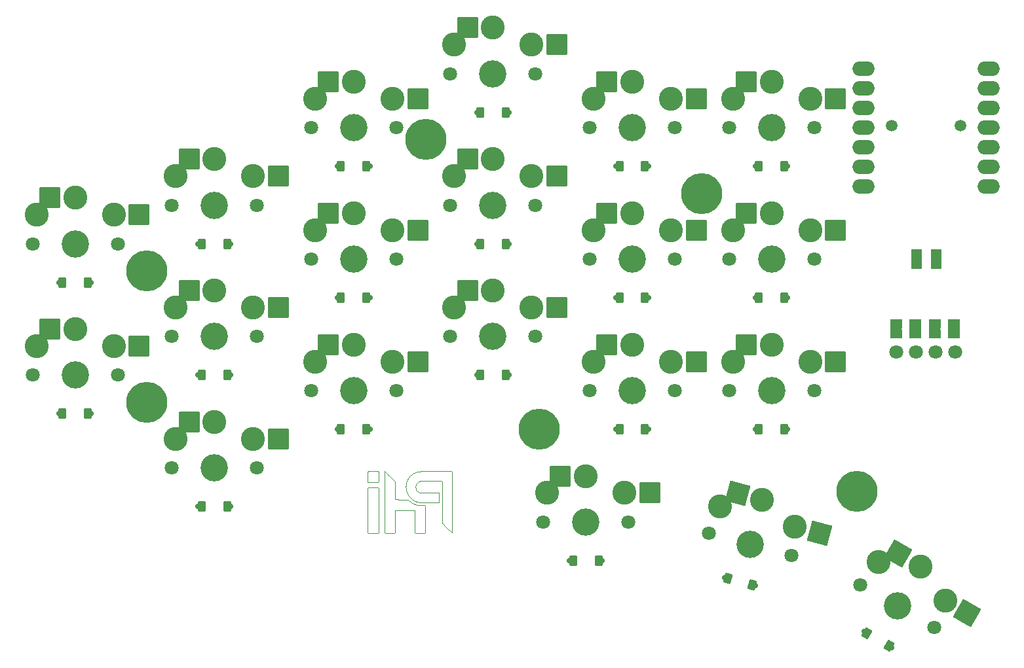
<source format=gbr>
%TF.GenerationSoftware,KiCad,Pcbnew,9.0.1*%
%TF.CreationDate,2025-06-09T17:49:50+02:00*%
%TF.ProjectId,pcb,7063622e-6b69-4636-9164-5f7063625858,v1.0.0*%
%TF.SameCoordinates,Original*%
%TF.FileFunction,Soldermask,Bot*%
%TF.FilePolarity,Negative*%
%FSLAX46Y46*%
G04 Gerber Fmt 4.6, Leading zero omitted, Abs format (unit mm)*
G04 Created by KiCad (PCBNEW 9.0.1) date 2025-06-09 17:49:50*
%MOMM*%
%LPD*%
G01*
G04 APERTURE LIST*
G04 Aperture macros list*
%AMRoundRect*
0 Rectangle with rounded corners*
0 $1 Rounding radius*
0 $2 $3 $4 $5 $6 $7 $8 $9 X,Y pos of 4 corners*
0 Add a 4 corners polygon primitive as box body*
4,1,4,$2,$3,$4,$5,$6,$7,$8,$9,$2,$3,0*
0 Add four circle primitives for the rounded corners*
1,1,$1+$1,$2,$3*
1,1,$1+$1,$4,$5*
1,1,$1+$1,$6,$7*
1,1,$1+$1,$8,$9*
0 Add four rect primitives between the rounded corners*
20,1,$1+$1,$2,$3,$4,$5,0*
20,1,$1+$1,$4,$5,$6,$7,0*
20,1,$1+$1,$6,$7,$8,$9,0*
20,1,$1+$1,$8,$9,$2,$3,0*%
%AMFreePoly0*
4,1,16,0.535355,0.785355,0.541603,0.777735,1.041603,0.027735,1.049029,-0.009806,1.041603,-0.027735,0.541603,-0.777735,0.509806,-0.799029,0.500000,-0.800000,-0.500000,-0.800000,-0.535355,-0.785355,-0.550000,-0.750000,-0.550000,0.750000,-0.535355,0.785355,-0.500000,0.800000,0.500000,0.800000,0.535355,0.785355,0.535355,0.785355,$1*%
%AMFreePoly1*
4,1,16,0.535355,0.785355,0.550000,0.750000,0.550000,-0.750000,0.535355,-0.785355,0.500000,-0.800000,-0.650000,-0.800000,-0.685355,-0.785355,-0.700000,-0.750000,-0.691603,-0.722265,-0.210093,0.000000,-0.691603,0.722265,-0.699029,0.759806,-0.677735,0.791603,-0.650000,0.800000,0.500000,0.800000,0.535355,0.785355,0.535355,0.785355,$1*%
G04 Aperture macros list end*
%ADD10C,0.100000*%
%ADD11C,0.000000*%
%ADD12C,1.800000*%
%ADD13FreePoly0,90.000000*%
%ADD14FreePoly1,90.000000*%
%ADD15C,1.801800*%
%ADD16C,3.100000*%
%ADD17C,3.529000*%
%ADD18RoundRect,0.050000X-1.300000X-1.300000X1.300000X-1.300000X1.300000X1.300000X-1.300000X1.300000X0*%
%ADD19RoundRect,0.050000X-1.775833X-0.475833X0.475833X-1.775833X1.775833X0.475833X-0.475833X1.775833X0*%
%ADD20C,5.300000*%
%ADD21RoundRect,0.050000X-0.625000X-1.250000X0.625000X-1.250000X0.625000X1.250000X-0.625000X1.250000X0*%
%ADD22O,2.850000X1.900000*%
%ADD23C,1.497000*%
%ADD24RoundRect,0.050000X-1.592168X-0.919239X0.919239X-1.592168X1.592168X0.919239X-0.919239X1.592168X0*%
%ADD25C,0.700000*%
%ADD26RoundRect,0.050000X-0.450000X-0.600000X0.450000X-0.600000X0.450000X0.600000X-0.450000X0.600000X0*%
%ADD27RoundRect,0.050000X-0.689711X-0.294615X0.089711X-0.744615X0.689711X0.294615X-0.089711X0.744615X0*%
%ADD28RoundRect,0.050000X-0.589958X-0.463087X0.279375X-0.696024X0.589958X0.463087X-0.279375X0.696024X0*%
G04 APERTURE END LIST*
D10*
X206192106Y-163982865D02*
X206302153Y-163982865D01*
X206412180Y-163982865D01*
X206522060Y-163982865D01*
X206610726Y-164004138D01*
X206610726Y-164114219D01*
X206610726Y-164224308D01*
X206610726Y-164334304D01*
X206610727Y-164444140D01*
X206610726Y-164554283D01*
X206610727Y-164664181D01*
X206610727Y-164774321D01*
X206610727Y-164884285D01*
X206610727Y-164994207D01*
X206610727Y-165104238D01*
X206610727Y-165214322D01*
X206610727Y-165324136D01*
X206567407Y-165390725D01*
X206457392Y-165390371D01*
X206347420Y-165390019D01*
X206237345Y-165389664D01*
X206127417Y-165389310D01*
X206017383Y-165388957D01*
X205907302Y-165388572D01*
X205797426Y-165388043D01*
X205687323Y-165387512D01*
X205577351Y-165386984D01*
X205467282Y-165386453D01*
X205357285Y-165385924D01*
X205247360Y-165385395D01*
X205241227Y-165281428D01*
X205241226Y-165171550D01*
X205241227Y-165061437D01*
X205241227Y-164951398D01*
X205241226Y-164841456D01*
X205241227Y-164731609D01*
X205241240Y-164621505D01*
X205241316Y-164511501D01*
X205241470Y-164401406D01*
X205241727Y-164291485D01*
X205242138Y-164181402D01*
X205242852Y-164071597D01*
X205422022Y-163985360D01*
X205532062Y-163984268D01*
X205642059Y-163983560D01*
X205752060Y-163983120D01*
X205862082Y-163982900D01*
X205972163Y-163982865D01*
X206081998Y-163982864D01*
X206192106Y-163982865D01*
X216169727Y-164011324D02*
X216169728Y-164121366D01*
X216169727Y-164231393D01*
X216169727Y-164341269D01*
X216169726Y-164451309D01*
X216169726Y-164561374D01*
X216169728Y-164671464D01*
X216169727Y-164781382D01*
X216169727Y-164891374D01*
X216169726Y-165001403D01*
X216169727Y-165111398D01*
X216169726Y-165221317D01*
X216169726Y-165331430D01*
X216169726Y-165441428D01*
X216169727Y-165551408D01*
X216169727Y-165661351D01*
X216169726Y-165771455D01*
X216169727Y-165881402D01*
X216169727Y-165991433D01*
X216169727Y-166101433D01*
X216169727Y-166211287D01*
X216169725Y-166321415D01*
X216169726Y-166431314D01*
X216169726Y-166541351D01*
X216169727Y-166651495D01*
X216169726Y-166761316D01*
X216169727Y-166871345D01*
X216169726Y-166981316D01*
X216169726Y-167091474D01*
X216169727Y-167201385D01*
X216169727Y-167311393D01*
X216169727Y-167421340D01*
X216169726Y-167531380D01*
X216169727Y-167641374D01*
X216169727Y-167751323D01*
X216169727Y-167861470D01*
X216169726Y-167971389D01*
X216169724Y-168081402D01*
X216169714Y-168191460D01*
X216169699Y-168301395D01*
X216169676Y-168411362D01*
X216169648Y-168521302D01*
X216169612Y-168631350D01*
X216169569Y-168741432D01*
X216169518Y-168851472D01*
X216169461Y-168961388D01*
X216169394Y-169071484D01*
X216169321Y-169181470D01*
X216169239Y-169291430D01*
X216169148Y-169401445D01*
X216169049Y-169511385D01*
X216168939Y-169621303D01*
X216168822Y-169731405D01*
X216168692Y-169841346D01*
X216168552Y-169951295D01*
X216168401Y-170061381D01*
X216168235Y-170171374D01*
X216168058Y-170281342D01*
X216167867Y-170391309D01*
X216167660Y-170501390D01*
X216167436Y-170611350D01*
X216167194Y-170721446D01*
X216166932Y-170831419D01*
X216166647Y-170941304D01*
X216166335Y-171051445D01*
X216165992Y-171161452D01*
X216165614Y-171271450D01*
X216165191Y-171381475D01*
X216164711Y-171491399D01*
X216164157Y-171601390D01*
X216163489Y-171711411D01*
X216162625Y-171821443D01*
X216161233Y-171931383D01*
X216105131Y-171916014D01*
X216025811Y-171839842D01*
X215946636Y-171763258D01*
X215867700Y-171686632D01*
X215788965Y-171610020D01*
X215710067Y-171533106D01*
X215631502Y-171456401D01*
X215552834Y-171379488D01*
X215474146Y-171302453D01*
X215395618Y-171225479D01*
X215317167Y-171148479D01*
X215238695Y-171071351D01*
X215160342Y-170994226D01*
X215081938Y-170916919D01*
X215003553Y-170839660D01*
X214925231Y-170762588D01*
X214846833Y-170685442D01*
X214838647Y-170578716D01*
X214838558Y-170468693D01*
X214838469Y-170358674D01*
X214838379Y-170248836D01*
X214838291Y-170138831D01*
X214838202Y-170028787D01*
X214838113Y-169918742D01*
X214838024Y-169808800D01*
X214837935Y-169698809D01*
X214837846Y-169588794D01*
X214837757Y-169478839D01*
X214837667Y-169368672D01*
X214837579Y-169258708D01*
X214837490Y-169148845D01*
X214837400Y-169038754D01*
X214837312Y-168928672D01*
X214837222Y-168818689D01*
X214837134Y-168708842D01*
X214837043Y-168598786D01*
X214836955Y-168488684D01*
X214836867Y-168378854D01*
X214836777Y-168268849D01*
X214836687Y-168158681D01*
X214836599Y-168048835D01*
X214836502Y-167938672D01*
X214836367Y-167828775D01*
X214836235Y-167718845D01*
X214836100Y-167608688D01*
X214835968Y-167498847D01*
X214835833Y-167388758D01*
X214835699Y-167278790D01*
X214835567Y-167168705D01*
X214835433Y-167058653D01*
X214835300Y-166948741D01*
X214835166Y-166838815D01*
X214835032Y-166728802D01*
X214834899Y-166618773D01*
X214834765Y-166508642D01*
X214834631Y-166398804D01*
X214834498Y-166288700D01*
X214834364Y-166178829D01*
X214834231Y-166068851D01*
X214834096Y-165958668D01*
X214833963Y-165848731D01*
X214833830Y-165738729D01*
X214833696Y-165628759D01*
X214833563Y-165518783D01*
X214833429Y-165408744D01*
X214833295Y-165298800D01*
X214779546Y-165242235D01*
X214669545Y-165241969D01*
X214559661Y-165241703D01*
X214449647Y-165241436D01*
X214339586Y-165241170D01*
X214229496Y-165240905D01*
X214119518Y-165240637D01*
X214009540Y-165240372D01*
X213899635Y-165240105D01*
X213789672Y-165239840D01*
X213679549Y-165239574D01*
X213569525Y-165239307D01*
X213459555Y-165239050D01*
X213349663Y-165238888D01*
X213239606Y-165238723D01*
X213129617Y-165238568D01*
X213019642Y-165238432D01*
X212909674Y-165238338D01*
X212799576Y-165238312D01*
X212689523Y-165238393D01*
X212579646Y-165238646D01*
X212469710Y-165239180D01*
X212359586Y-165240184D01*
X212249633Y-165242029D01*
X212139704Y-165245571D01*
X212029943Y-165253340D01*
X211922547Y-165275365D01*
X211822502Y-165321052D01*
X211728702Y-165378264D01*
X211644597Y-165448934D01*
X211572461Y-165531984D01*
X211512302Y-165623878D01*
X211468241Y-165724605D01*
X211440014Y-165830725D01*
X211425528Y-165939839D01*
X211425529Y-166049785D01*
X211441422Y-166158506D01*
X211469768Y-166264595D01*
X211513194Y-166365564D01*
X211572827Y-166458004D01*
X211646025Y-166539819D01*
X211729878Y-166610862D01*
X211823859Y-166667742D01*
X211925927Y-166708599D01*
X212032879Y-166734059D01*
X212142221Y-166745823D01*
X212252147Y-166748702D01*
X212362119Y-166750399D01*
X212472128Y-166751615D01*
X212582198Y-166752538D01*
X212692155Y-166753251D01*
X212802056Y-166753801D01*
X212912127Y-166754219D01*
X213022113Y-166754521D01*
X213132187Y-166754725D01*
X213242156Y-166754835D01*
X213351983Y-166754865D01*
X213462094Y-166754865D01*
X213572147Y-166754864D01*
X213682092Y-166754865D01*
X213792167Y-166754865D01*
X213902059Y-166754865D01*
X214012082Y-166754865D01*
X214122147Y-166754865D01*
X214232096Y-166754865D01*
X214342103Y-166754866D01*
X214442727Y-166764246D01*
X214442727Y-166874215D01*
X214442726Y-166984340D01*
X214442726Y-167094306D01*
X214442728Y-167204218D01*
X214442727Y-167314279D01*
X214442727Y-167424214D01*
X214442726Y-167534346D01*
X214442727Y-167644196D01*
X214442727Y-167754275D01*
X214442726Y-167864148D01*
X214442727Y-167974258D01*
X214368448Y-168009703D01*
X214258491Y-168009314D01*
X214148420Y-168008925D01*
X214038445Y-168008536D01*
X213928393Y-168008148D01*
X213818530Y-168007758D01*
X213708489Y-168007370D01*
X213598370Y-168006981D01*
X213488489Y-168006593D01*
X213378423Y-168006203D01*
X213268494Y-168005815D01*
X213158511Y-168005473D01*
X213048357Y-168005215D01*
X212938362Y-168004951D01*
X212828450Y-168004669D01*
X212718434Y-168004344D01*
X212608520Y-168003944D01*
X212498515Y-168003417D01*
X212388497Y-168002686D01*
X212278542Y-168001614D01*
X212168532Y-167999960D01*
X212058521Y-167997258D01*
X211948570Y-167992488D01*
X211838972Y-167983170D01*
X211730843Y-167964107D01*
X211624844Y-167934339D01*
X211520048Y-167901254D01*
X211416820Y-167862993D01*
X211316015Y-167819136D01*
X211217914Y-167769442D01*
X211122888Y-167713900D01*
X211031390Y-167652812D01*
X210943684Y-167586647D01*
X210859606Y-167515772D01*
X210779011Y-167440690D01*
X210702142Y-167362225D01*
X210628984Y-167280082D01*
X210560093Y-167194383D01*
X210495903Y-167105040D01*
X210436936Y-167012234D01*
X210383496Y-166916044D01*
X210335908Y-166816871D01*
X210294281Y-166715054D01*
X210258591Y-166611010D01*
X210228666Y-166505098D01*
X210204281Y-166397916D01*
X210185040Y-166289667D01*
X210170924Y-166180690D01*
X210164301Y-166070695D01*
X210164233Y-165960899D01*
X210169662Y-165851044D01*
X210180079Y-165741466D01*
X210195314Y-165632452D01*
X210215488Y-165524336D01*
X210241100Y-165417346D01*
X210273101Y-165312121D01*
X210313664Y-165210060D01*
X210360609Y-165110651D01*
X210411520Y-165012951D01*
X210465817Y-164917393D01*
X210524642Y-164824568D01*
X210590060Y-164736110D01*
X210660477Y-164651535D01*
X210735426Y-164571207D01*
X210814992Y-164495019D01*
X210898539Y-164423563D01*
X210985991Y-164356864D01*
X211076954Y-164295196D01*
X211171368Y-164238604D01*
X211268652Y-164187434D01*
X211368729Y-164141721D01*
X211471172Y-164101673D01*
X211575734Y-164067400D01*
X211681965Y-164039060D01*
X211789613Y-164016724D01*
X211898327Y-164000476D01*
X212018282Y-163993750D01*
X212128231Y-163991191D01*
X212238166Y-163989602D01*
X212348235Y-163988484D01*
X212458321Y-163987649D01*
X212568279Y-163987000D01*
X212678217Y-163986479D01*
X212788265Y-163986053D01*
X212898165Y-163985699D01*
X213008266Y-163985401D01*
X213118227Y-163985148D01*
X213228196Y-163984931D01*
X213338147Y-163984746D01*
X213448244Y-163984585D01*
X213558199Y-163984442D01*
X213668195Y-163984320D01*
X213778270Y-163984212D01*
X213888260Y-163984118D01*
X213998194Y-163984034D01*
X214108307Y-163983959D01*
X214218266Y-163983902D01*
X214328237Y-163983843D01*
X214438192Y-163983785D01*
X214548251Y-163983727D01*
X214658218Y-163983668D01*
X214768267Y-163983610D01*
X214878125Y-163983551D01*
X214988178Y-163983493D01*
X215098242Y-163983434D01*
X215208299Y-163983376D01*
X215318174Y-163983317D01*
X215428185Y-163983259D01*
X215538231Y-163983201D01*
X215648331Y-163983142D01*
X215758247Y-163983084D01*
X215868148Y-163983025D01*
X215978216Y-163982967D01*
X216088253Y-163982907D01*
X216169727Y-164011324D01*
X206324885Y-166105865D02*
X206434842Y-166105865D01*
X206544904Y-166105865D01*
X206610727Y-166150019D01*
X206610727Y-166259945D01*
X206610727Y-166369879D01*
X206610727Y-166479998D01*
X206610726Y-166590049D01*
X206610727Y-166700039D01*
X206610726Y-166809934D01*
X206610726Y-166919944D01*
X206610727Y-167029903D01*
X206610727Y-167140084D01*
X206610726Y-167250040D01*
X206610727Y-167359919D01*
X206610727Y-167470052D01*
X206610726Y-167579974D01*
X206610727Y-167689983D01*
X206610727Y-167799979D01*
X206610727Y-167909907D01*
X206610727Y-168020004D01*
X206610727Y-168130035D01*
X206610726Y-168240044D01*
X206610727Y-168350096D01*
X206610727Y-168460012D01*
X206610726Y-168570017D01*
X206610726Y-168680089D01*
X206610727Y-168789944D01*
X206610727Y-168900106D01*
X206610726Y-169009900D01*
X206610726Y-169119987D01*
X206610726Y-169229964D01*
X206610727Y-169339958D01*
X206610727Y-169450093D01*
X206610727Y-169559956D01*
X206610726Y-169669923D01*
X206610727Y-169780095D01*
X206610727Y-169890037D01*
X206610727Y-170000079D01*
X206610727Y-170110021D01*
X206610727Y-170220017D01*
X206610727Y-170329943D01*
X206610727Y-170440004D01*
X206610727Y-170550114D01*
X206610727Y-170660023D01*
X206610726Y-170770101D01*
X206610726Y-170880043D01*
X206610727Y-170990091D01*
X206610726Y-171100078D01*
X206610727Y-171210017D01*
X206610727Y-171320109D01*
X206610727Y-171429998D01*
X206610727Y-171539938D01*
X206610727Y-171649938D01*
X206610726Y-171760015D01*
X206610727Y-171870023D01*
X206588554Y-171957864D01*
X206478624Y-171957865D01*
X206368664Y-171957865D01*
X206258579Y-171957866D01*
X206148677Y-171957865D01*
X206038594Y-171957864D01*
X205928471Y-171957864D01*
X205818590Y-171957865D01*
X205708683Y-171957864D01*
X205598657Y-171957865D01*
X205488629Y-171957865D01*
X205378645Y-171957865D01*
X205268642Y-171957865D01*
X205234712Y-171881853D01*
X205234838Y-171771775D01*
X205234961Y-171661880D01*
X205235084Y-171551787D01*
X205235209Y-171441910D01*
X205235332Y-171331736D01*
X205235457Y-171221873D01*
X205235581Y-171111790D01*
X205235705Y-171001807D01*
X205235828Y-170891810D01*
X205235953Y-170781713D01*
X205236077Y-170671818D01*
X205236201Y-170561815D01*
X205236326Y-170451741D01*
X205236450Y-170341885D01*
X205236573Y-170231744D01*
X205236698Y-170121789D01*
X205236822Y-170011775D01*
X205236946Y-169901839D01*
X205237069Y-169791808D01*
X205237193Y-169681693D01*
X205237318Y-169571734D01*
X205237441Y-169461838D01*
X205237565Y-169351792D01*
X205237690Y-169241707D01*
X205237813Y-169131738D01*
X205238107Y-168872212D01*
X205238231Y-168762164D01*
X205238355Y-168652341D01*
X205238478Y-168542324D01*
X205238603Y-168432242D01*
X205238727Y-168322162D01*
X205238851Y-168212190D01*
X205238975Y-168102291D01*
X205239099Y-167992286D01*
X205239224Y-167882256D01*
X205239347Y-167772271D01*
X205239471Y-167662299D01*
X205239596Y-167552257D01*
X205239720Y-167442297D01*
X205239844Y-167332181D01*
X205239968Y-167222234D01*
X205240092Y-167112316D01*
X205240216Y-167002275D01*
X205240340Y-166892264D01*
X205240463Y-166782201D01*
X205240587Y-166672194D01*
X205240712Y-166562249D01*
X205240835Y-166452283D01*
X205240960Y-166342215D01*
X205241084Y-166232295D01*
X205241207Y-166122320D01*
X205334819Y-166105865D01*
X205444776Y-166105865D01*
X205554774Y-166105864D01*
X205664933Y-166105865D01*
X205774878Y-166105865D01*
X205884874Y-166105865D01*
X205994832Y-166105865D01*
X206104909Y-166105865D01*
X206214841Y-166105864D01*
X206324885Y-166105865D01*
X207483806Y-164038784D02*
X207563113Y-164115048D01*
X207641617Y-164192075D01*
X207720141Y-164269051D01*
X207798792Y-164345911D01*
X207877592Y-164422803D01*
X207956343Y-164499567D01*
X208035071Y-164576237D01*
X208113920Y-164652960D01*
X208192911Y-164729757D01*
X208271730Y-164806318D01*
X208350718Y-164882961D01*
X208429749Y-164959548D01*
X208508687Y-165035909D01*
X208587844Y-165112272D01*
X208667343Y-165188521D01*
X208746597Y-165264770D01*
X208766727Y-165366201D01*
X208766727Y-165476102D01*
X208766727Y-165586083D01*
X208766727Y-165696265D01*
X208766727Y-165806102D01*
X208766726Y-165916223D01*
X208766727Y-166026237D01*
X208766727Y-166136178D01*
X208766728Y-166246166D01*
X208766727Y-166356184D01*
X208766727Y-166466155D01*
X208766726Y-166576280D01*
X208766727Y-166686111D01*
X208766728Y-166796197D01*
X208766726Y-166906270D01*
X208766726Y-167016200D01*
X208766727Y-167126146D01*
X208766726Y-167236265D01*
X208766726Y-167346162D01*
X208766727Y-167456146D01*
X208766727Y-167566161D01*
X208810238Y-167632723D01*
X208920341Y-167632869D01*
X209030229Y-167633015D01*
X209140289Y-167633161D01*
X209250349Y-167633307D01*
X209360162Y-167633452D01*
X209470349Y-167633598D01*
X209580299Y-167633745D01*
X209690321Y-167634017D01*
X209800300Y-167634311D01*
X209910263Y-167634602D01*
X210020287Y-167634896D01*
X210130296Y-167635189D01*
X210240183Y-167635481D01*
X210350265Y-167635774D01*
X210449773Y-167662217D01*
X210529371Y-167737989D01*
X210611097Y-167811817D01*
X210695547Y-167882018D01*
X210783196Y-167948813D01*
X210873501Y-168011578D01*
X210966517Y-168070153D01*
X211062292Y-168124322D01*
X211160535Y-168173646D01*
X211261159Y-168217792D01*
X211364271Y-168256450D01*
X211468835Y-168290241D01*
X211574795Y-168320393D01*
X211681939Y-168344745D01*
X211790418Y-168362332D01*
X211899830Y-168373931D01*
X212009547Y-168381260D01*
X212119589Y-168385923D01*
X212229448Y-168388988D01*
X212339579Y-168391162D01*
X212449554Y-168393150D01*
X212559424Y-168395135D01*
X212669395Y-168397122D01*
X212671727Y-168504943D01*
X212671726Y-168614876D01*
X212671727Y-168724970D01*
X212671727Y-168834892D01*
X212671728Y-168944870D01*
X212671726Y-169054921D01*
X212671727Y-169164853D01*
X212671727Y-169274768D01*
X212671726Y-169384881D01*
X212671726Y-169494849D01*
X212671727Y-169604829D01*
X212671727Y-169714817D01*
X212671727Y-169824921D01*
X212671727Y-169934835D01*
X212671726Y-170044944D01*
X212671727Y-170154858D01*
X212671727Y-170264849D01*
X212671727Y-170374868D01*
X212671726Y-170484854D01*
X212671727Y-170594886D01*
X212671727Y-170704843D01*
X212671727Y-170814858D01*
X212671727Y-170924974D01*
X212671726Y-171034817D01*
X212671727Y-171144873D01*
X212671726Y-171254918D01*
X212671727Y-171364889D01*
X212671726Y-171474876D01*
X212671727Y-171584794D01*
X212671726Y-171694954D01*
X212671726Y-171804866D01*
X212671726Y-171914923D01*
X212604632Y-171957865D01*
X212494672Y-171957865D01*
X212384791Y-171957865D01*
X212274696Y-171957864D01*
X212164792Y-171957865D01*
X212054617Y-171957865D01*
X211944728Y-171957864D01*
X211834702Y-171957865D01*
X211724673Y-171957865D01*
X211614812Y-171957865D01*
X211504727Y-171957865D01*
X211394612Y-171957865D01*
X211318727Y-171923865D01*
X211318727Y-171813845D01*
X211318727Y-171703800D01*
X211318727Y-171593862D01*
X211318727Y-171483742D01*
X211318727Y-171373876D01*
X211318726Y-171263930D01*
X211318726Y-171153860D01*
X211318727Y-171043925D01*
X211318726Y-170933738D01*
X211318726Y-170823920D01*
X211318726Y-170713908D01*
X211318726Y-170603809D01*
X211318726Y-170493936D01*
X211318727Y-170383771D01*
X211318727Y-170273870D01*
X211318726Y-170163744D01*
X211318727Y-170053759D01*
X211318727Y-169943852D01*
X211318726Y-169833865D01*
X211318727Y-169723883D01*
X211318726Y-169613885D01*
X211318728Y-169503794D01*
X211318727Y-169393769D01*
X211318727Y-169283765D01*
X211318727Y-169173866D01*
X211318727Y-169063800D01*
X211251779Y-169020864D01*
X211141680Y-169020864D01*
X211031713Y-169020865D01*
X210921728Y-169020866D01*
X210811674Y-169020865D01*
X210701773Y-169020865D01*
X210591694Y-169020865D01*
X210481782Y-169020865D01*
X210371630Y-169020865D01*
X210261617Y-169020864D01*
X210151720Y-169020865D01*
X210041676Y-169020864D01*
X209931637Y-169020865D01*
X209821761Y-169020865D01*
X209711785Y-169020865D01*
X209601685Y-169020864D01*
X209491628Y-169020864D01*
X209381648Y-169020865D01*
X209271682Y-169020865D01*
X209161629Y-169020864D01*
X209051738Y-169020864D01*
X208941634Y-169020865D01*
X208831728Y-169020865D01*
X208766727Y-169065823D01*
X208766727Y-169175923D01*
X208766726Y-169286033D01*
X208766726Y-169395820D01*
X208766726Y-169505852D01*
X208766726Y-169615874D01*
X208766727Y-169725984D01*
X208766727Y-169835936D01*
X208766727Y-169945867D01*
X208766727Y-170055825D01*
X208766727Y-170165848D01*
X208766727Y-170276002D01*
X208766726Y-170385918D01*
X208766726Y-170495952D01*
X208766727Y-170605954D01*
X208766728Y-170716038D01*
X208766727Y-170826019D01*
X208766728Y-170935927D01*
X208766727Y-171045934D01*
X208766726Y-171155922D01*
X208766727Y-171266021D01*
X208766726Y-171375852D01*
X208766727Y-171485985D01*
X208766726Y-171595891D01*
X208766726Y-171705870D01*
X208766726Y-171815960D01*
X208766726Y-171925882D01*
X208688741Y-171957865D01*
X208578679Y-171957865D01*
X208468656Y-171957865D01*
X208358636Y-171957864D01*
X208248626Y-171957865D01*
X208138623Y-171957865D01*
X208028588Y-171957865D01*
X207918640Y-171957865D01*
X207808740Y-171957865D01*
X207698695Y-171957865D01*
X207588635Y-171957864D01*
X207478738Y-171957865D01*
X207402727Y-171923788D01*
X207402727Y-171813797D01*
X207402726Y-171703845D01*
X207402727Y-171593714D01*
X207402726Y-171483758D01*
X207402726Y-171373882D01*
X207402727Y-171263857D01*
X207402727Y-171153804D01*
X207402726Y-171043728D01*
X207402728Y-170933824D01*
X207402727Y-170823666D01*
X207402727Y-170713781D01*
X207402726Y-170603730D01*
X207402727Y-170493820D01*
X207402727Y-170383770D01*
X207402727Y-170273775D01*
X207402726Y-170163816D01*
X207402726Y-170053666D01*
X207402727Y-169943811D01*
X207402726Y-169833821D01*
X207402727Y-169723808D01*
X207402726Y-169613722D01*
X207402727Y-169503702D01*
X207402727Y-169393740D01*
X207402727Y-169283691D01*
X207402727Y-169173814D01*
X207402727Y-169063759D01*
X207402727Y-168953796D01*
X207402726Y-168843686D01*
X207402726Y-168733868D01*
X207402727Y-168623869D01*
X207402727Y-168513757D01*
X207402726Y-168403826D01*
X207402727Y-168293804D01*
X207402727Y-168183837D01*
X207402727Y-168073713D01*
X207402727Y-167963811D01*
X207402727Y-167824720D01*
X207402727Y-167714740D01*
X207402727Y-167604798D01*
X207402727Y-167494713D01*
X207402727Y-167384749D01*
X207402728Y-167274787D01*
X207402727Y-167164719D01*
X207402727Y-167054726D01*
X207402726Y-166944699D01*
X207402726Y-166834709D01*
X207402727Y-166724631D01*
X207402727Y-166614701D01*
X207402727Y-166504721D01*
X207402727Y-166394760D01*
X207402727Y-166284657D01*
X207402727Y-166174757D01*
X207402726Y-166064654D01*
X207402727Y-165954652D01*
X207402727Y-165844684D01*
X207402727Y-165734685D01*
X207402727Y-165624777D01*
X207402726Y-165514742D01*
X207402726Y-165404750D01*
X207402728Y-165294830D01*
X207402727Y-165184721D01*
X207402727Y-165074757D01*
X207402727Y-164964694D01*
X207402727Y-164854773D01*
X207402727Y-164744797D01*
X207402726Y-164634610D01*
X207402727Y-164524663D01*
X207402726Y-164414784D01*
X207402727Y-164304766D01*
X207402726Y-164194722D01*
X207402726Y-164084632D01*
X207402727Y-163974628D01*
X207483806Y-164038784D01*
D11*
%TO.C,REF\u002A\u002A*%
G36*
X281750000Y-146725000D02*
G01*
X280250000Y-146725000D01*
X280250000Y-144275000D01*
X281750000Y-144275000D01*
X281750000Y-146725000D01*
G37*
G36*
X279250000Y-146725000D02*
G01*
X277750000Y-146725000D01*
X277750000Y-144275000D01*
X279250000Y-144275000D01*
X279250000Y-146725000D01*
G37*
G36*
X276750000Y-146725000D02*
G01*
X275250000Y-146725000D01*
X275250000Y-144275000D01*
X276750000Y-144275000D01*
X276750000Y-146725000D01*
G37*
G36*
X274250000Y-146725000D02*
G01*
X272750000Y-146725000D01*
X272750000Y-144275000D01*
X274250000Y-144275000D01*
X274250000Y-146725000D01*
G37*
%TD*%
D12*
%TO.C,REF\u002A\u002A*%
X273500000Y-148500000D03*
X276040001Y-148500001D03*
X278580000Y-148500000D03*
X281120000Y-148500000D03*
%TD*%
D13*
%TO.C,REF\u002A\u002A*%
X281000000Y-146225000D03*
D14*
X281000000Y-144775000D03*
%TD*%
D13*
%TO.C,REF\u002A\u002A*%
X278500000Y-146225000D03*
D14*
X278500000Y-144775000D03*
%TD*%
D13*
%TO.C,REF\u002A\u002A*%
X276000000Y-146225000D03*
D14*
X276000000Y-144775000D03*
%TD*%
D13*
%TO.C,REF\u002A\u002A*%
X273500000Y-146225000D03*
D14*
X273500000Y-144775000D03*
%TD*%
D15*
%TO.C,S12*%
X233916726Y-153535864D03*
D16*
X234416726Y-149785863D03*
X239416726Y-147585864D03*
X239416726Y-147585864D03*
D17*
X239416726Y-153535864D03*
D16*
X244416726Y-149785864D03*
D15*
X244916726Y-153535864D03*
D18*
X236141726Y-147585864D03*
X247691726Y-149785864D03*
%TD*%
D15*
%TO.C,S20*%
X268903955Y-178676035D03*
D16*
X271211968Y-175678440D03*
X276642096Y-176273183D03*
X276642096Y-176273183D03*
D17*
X273667095Y-181426035D03*
D16*
X279872222Y-180678441D03*
D15*
X278430235Y-184176035D03*
D19*
X273805862Y-174635684D03*
X282708455Y-182315938D03*
%TD*%
D15*
%TO.C,S15*%
X251916727Y-153535865D03*
D16*
X252416727Y-149785864D03*
X257416727Y-147585865D03*
X257416727Y-147585865D03*
D17*
X257416727Y-153535865D03*
D16*
X262416727Y-149785865D03*
D15*
X262916727Y-153535865D03*
D18*
X254141727Y-147585865D03*
X265691727Y-149785865D03*
%TD*%
D15*
%TO.C,S14*%
X233916727Y-119535864D03*
D16*
X234416727Y-115785863D03*
X239416727Y-113585864D03*
X239416727Y-113585864D03*
D17*
X239416727Y-119535864D03*
D16*
X244416727Y-115785864D03*
D15*
X244916727Y-119535864D03*
D18*
X236141727Y-113585864D03*
X247691727Y-115785864D03*
%TD*%
D20*
%TO.C,H6*%
X268416727Y-166535865D03*
%TD*%
%TO.C,H3*%
X212716727Y-121035865D03*
%TD*%
D15*
%TO.C,S2*%
X161916727Y-134535865D03*
D16*
X162416727Y-130785864D03*
X167416727Y-128585865D03*
X167416727Y-128585865D03*
D17*
X167416727Y-134535865D03*
D16*
X172416727Y-130785865D03*
D15*
X172916727Y-134535865D03*
D18*
X164141727Y-128585865D03*
X175691727Y-130785865D03*
%TD*%
D21*
%TO.C,PAD1*%
X276166727Y-136535865D03*
X278666727Y-136535865D03*
%TD*%
D20*
%TO.C,H2*%
X176716727Y-155035865D03*
%TD*%
D15*
%TO.C,S17*%
X251916727Y-119535864D03*
D16*
X252416727Y-115785863D03*
X257416727Y-113585864D03*
X257416727Y-113585864D03*
D17*
X257416727Y-119535864D03*
D16*
X262416727Y-115785864D03*
D15*
X262916727Y-119535864D03*
D18*
X254141727Y-113585864D03*
X265691727Y-115785864D03*
%TD*%
D15*
%TO.C,S13*%
X233916727Y-136535864D03*
D16*
X234416727Y-132785863D03*
X239416727Y-130585864D03*
X239416727Y-130585864D03*
D17*
X239416727Y-136535864D03*
D16*
X244416727Y-132785864D03*
D15*
X244916727Y-136535864D03*
D18*
X236141727Y-130585864D03*
X247691727Y-132785864D03*
%TD*%
D22*
%TO.C,MCU1*%
X285511687Y-111915865D03*
X285511686Y-114455865D03*
X285511686Y-116995865D03*
X285511686Y-119535865D03*
X285511686Y-122075865D03*
X285511686Y-124615865D03*
X285511686Y-127155865D03*
X269321765Y-127155865D03*
X269321766Y-124615865D03*
X269321766Y-122075865D03*
X269321766Y-119535865D03*
X269321766Y-116995865D03*
X269321766Y-114455865D03*
X269321766Y-111915865D03*
D23*
X272971726Y-119218865D03*
X281861726Y-119218865D03*
%TD*%
D15*
%TO.C,S19*%
X249327678Y-172010138D03*
D16*
X250781212Y-168517326D03*
X256180243Y-167686384D03*
X256180243Y-167686384D03*
D17*
X254640270Y-173433643D03*
D16*
X260440471Y-171105516D03*
D15*
X259952862Y-174857148D03*
D24*
X253016836Y-166838752D03*
X263603878Y-171953149D03*
%TD*%
D15*
%TO.C,S3*%
X179916727Y-163535865D03*
D16*
X180416727Y-159785864D03*
X185416727Y-157585865D03*
X185416727Y-157585865D03*
D17*
X185416727Y-163535865D03*
D16*
X190416727Y-159785865D03*
D15*
X190916727Y-163535865D03*
D18*
X182141727Y-157585865D03*
X193691727Y-159785865D03*
%TD*%
D20*
%TO.C,H4*%
X227416727Y-158535865D03*
%TD*%
D15*
%TO.C,S10*%
X215916726Y-129535864D03*
D16*
X216416726Y-125785863D03*
X221416726Y-123585864D03*
X221416726Y-123585864D03*
D17*
X221416726Y-129535864D03*
D16*
X226416726Y-125785864D03*
D15*
X226916726Y-129535864D03*
D18*
X218141726Y-123585864D03*
X229691726Y-125785864D03*
%TD*%
D15*
%TO.C,S1*%
X161916727Y-151535865D03*
D16*
X162416727Y-147785864D03*
X167416727Y-145585865D03*
X167416727Y-145585865D03*
D17*
X167416727Y-151535865D03*
D16*
X172416727Y-147785865D03*
D15*
X172916727Y-151535865D03*
D18*
X164141727Y-145585865D03*
X175691727Y-147785865D03*
%TD*%
D15*
%TO.C,S11*%
X215916727Y-112535865D03*
D16*
X216416727Y-108785864D03*
X221416727Y-106585865D03*
X221416727Y-106585865D03*
D17*
X221416727Y-112535865D03*
D16*
X226416727Y-108785865D03*
D15*
X226916727Y-112535865D03*
D18*
X218141727Y-106585865D03*
X229691727Y-108785865D03*
%TD*%
D20*
%TO.C,H5*%
X248416727Y-128035864D03*
%TD*%
D15*
%TO.C,S9*%
X215916727Y-146535864D03*
D16*
X216416727Y-142785863D03*
X221416727Y-140585864D03*
X221416727Y-140585864D03*
D17*
X221416727Y-146535864D03*
D16*
X226416727Y-142785864D03*
D15*
X226916727Y-146535864D03*
D18*
X218141727Y-140585864D03*
X229691727Y-142785864D03*
%TD*%
D15*
%TO.C,S16*%
X251916726Y-136535865D03*
D16*
X252416726Y-132785864D03*
X257416726Y-130585865D03*
X257416726Y-130585865D03*
D17*
X257416726Y-136535865D03*
D16*
X262416726Y-132785865D03*
D15*
X262916726Y-136535865D03*
D18*
X254141726Y-130585865D03*
X265691726Y-132785865D03*
%TD*%
D15*
%TO.C,S6*%
X197916727Y-153535865D03*
D16*
X198416727Y-149785864D03*
X203416727Y-147585865D03*
X203416727Y-147585865D03*
D17*
X203416727Y-153535865D03*
D16*
X208416727Y-149785865D03*
D15*
X208916727Y-153535865D03*
D18*
X200141727Y-147585865D03*
X211691727Y-149785865D03*
%TD*%
D15*
%TO.C,S8*%
X197916727Y-119535865D03*
D16*
X198416727Y-115785864D03*
X203416727Y-113585865D03*
X203416727Y-113585865D03*
D17*
X203416727Y-119535865D03*
D16*
X208416727Y-115785865D03*
D15*
X208916727Y-119535865D03*
D18*
X200141727Y-113585865D03*
X211691727Y-115785865D03*
%TD*%
D15*
%TO.C,S7*%
X197916727Y-136535865D03*
D16*
X198416727Y-132785864D03*
X203416727Y-130585865D03*
X203416727Y-130585865D03*
D17*
X203416727Y-136535865D03*
D16*
X208416727Y-132785865D03*
D15*
X208916727Y-136535865D03*
D18*
X200141727Y-130585865D03*
X211691727Y-132785865D03*
%TD*%
D15*
%TO.C,S4*%
X179916726Y-146535865D03*
D16*
X180416726Y-142785864D03*
X185416726Y-140585865D03*
X185416726Y-140585865D03*
D17*
X185416726Y-146535865D03*
D16*
X190416726Y-142785865D03*
D15*
X190916726Y-146535865D03*
D18*
X182141726Y-140585865D03*
X193691726Y-142785865D03*
%TD*%
D20*
%TO.C,H1*%
X176716727Y-138035865D03*
%TD*%
D15*
%TO.C,S5*%
X179916727Y-129535865D03*
D16*
X180416727Y-125785864D03*
X185416727Y-123585865D03*
X185416727Y-123585865D03*
D17*
X185416727Y-129535865D03*
D16*
X190416727Y-125785865D03*
D15*
X190916727Y-129535865D03*
D18*
X182141727Y-123585865D03*
X193691727Y-125785865D03*
%TD*%
D15*
%TO.C,S18*%
X227916727Y-170535865D03*
D16*
X228416727Y-166785864D03*
X233416727Y-164585865D03*
X233416727Y-164585865D03*
D17*
X233416727Y-170535865D03*
D16*
X238416727Y-166785865D03*
D15*
X238916727Y-170535865D03*
D18*
X230141727Y-164585865D03*
X241691727Y-166785865D03*
%TD*%
D25*
%TO.C,Di14*%
X237316727Y-124535864D03*
D26*
X237766727Y-124535863D03*
X241066727Y-124535865D03*
D25*
X241516727Y-124535864D03*
%TD*%
%TO.C,Di7*%
X201316727Y-141535865D03*
D26*
X201766727Y-141535864D03*
X205066727Y-141535866D03*
D25*
X205516727Y-141535865D03*
%TD*%
%TO.C,Di1*%
X165316727Y-156535865D03*
D26*
X165766727Y-156535864D03*
X169066727Y-156535866D03*
D25*
X169516727Y-156535865D03*
%TD*%
%TO.C,Di6*%
X201316727Y-158535865D03*
D26*
X201766727Y-158535864D03*
X205066727Y-158535866D03*
D25*
X205516727Y-158535865D03*
%TD*%
%TO.C,Di11*%
X219316727Y-117535864D03*
D26*
X219766727Y-117535863D03*
X223066727Y-117535865D03*
D25*
X223516727Y-117535864D03*
%TD*%
%TO.C,Di20*%
X269348441Y-184706162D03*
D27*
X269738152Y-184931163D03*
X272596036Y-186581161D03*
D25*
X272985747Y-186806162D03*
%TD*%
%TO.C,Di19*%
X251317731Y-177719753D03*
D28*
X251752397Y-177836223D03*
X254939953Y-178690323D03*
D25*
X255374619Y-178806793D03*
%TD*%
%TO.C,Di18*%
X231316726Y-175535865D03*
D26*
X231766726Y-175535864D03*
X235066726Y-175535866D03*
D25*
X235516726Y-175535865D03*
%TD*%
%TO.C,Di17*%
X255316727Y-124535865D03*
D26*
X255766727Y-124535864D03*
X259066727Y-124535866D03*
D25*
X259516727Y-124535865D03*
%TD*%
%TO.C,Di10*%
X219316727Y-134535864D03*
D26*
X219766727Y-134535863D03*
X223066727Y-134535865D03*
D25*
X223516727Y-134535864D03*
%TD*%
%TO.C,Di8*%
X201316727Y-124535865D03*
D26*
X201766727Y-124535864D03*
X205066727Y-124535866D03*
D25*
X205516727Y-124535865D03*
%TD*%
%TO.C,Di12*%
X237316726Y-158535864D03*
D26*
X237766726Y-158535863D03*
X241066726Y-158535865D03*
D25*
X241516726Y-158535864D03*
%TD*%
%TO.C,Di3*%
X183316726Y-168535864D03*
D26*
X183766726Y-168535863D03*
X187066726Y-168535865D03*
D25*
X187516726Y-168535864D03*
%TD*%
%TO.C,Di4*%
X183316727Y-151535865D03*
D26*
X183766727Y-151535864D03*
X187066727Y-151535866D03*
D25*
X187516727Y-151535865D03*
%TD*%
%TO.C,Di16*%
X255316727Y-141535865D03*
D26*
X255766727Y-141535864D03*
X259066727Y-141535866D03*
D25*
X259516727Y-141535865D03*
%TD*%
%TO.C,Di2*%
X165316727Y-139535865D03*
D26*
X165766727Y-139535864D03*
X169066727Y-139535866D03*
D25*
X169516727Y-139535865D03*
%TD*%
%TO.C,Di13*%
X237316727Y-141535865D03*
D26*
X237766727Y-141535864D03*
X241066727Y-141535866D03*
D25*
X241516727Y-141535865D03*
%TD*%
%TO.C,Di15*%
X255316726Y-158535865D03*
D26*
X255766726Y-158535864D03*
X259066726Y-158535866D03*
D25*
X259516726Y-158535865D03*
%TD*%
%TO.C,Di9*%
X219316726Y-151535865D03*
D26*
X219766726Y-151535864D03*
X223066726Y-151535866D03*
D25*
X223516726Y-151535865D03*
%TD*%
%TO.C,Di5*%
X183316727Y-134535865D03*
D26*
X183766727Y-134535864D03*
X187066727Y-134535866D03*
D25*
X187516727Y-134535865D03*
%TD*%
M02*

</source>
